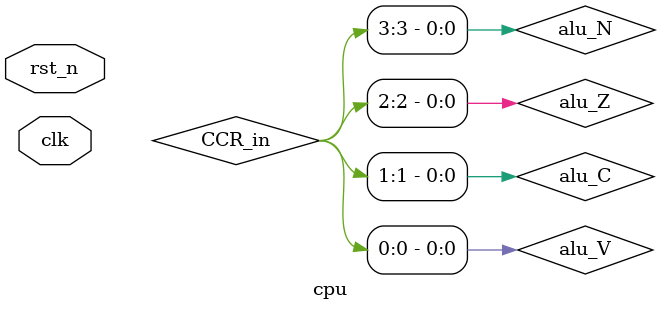
<source format=v>
`timescale 1ns / 1ps


module cpu(
  input clk, input rst_n
);
  // Special regs
  wire [31:0] pc_curr, pc_next, sp_curr, sp_next;
  wire pc_we, sp_we;

 //PC module pc(curr,next,clk,rst,we);
  pc u_pc (.clk(clk), .rst(rst_n), .we(pc_we), .next(pc_next), .curr(pc_curr));
  //sp module sp(spcurr,clk,rst,we,spnext);
  sp u_sp (.clk(clk), .rst(rst_n), .we(sp_we), .spnext(sp_next), .spcurr(sp_curr));

  // CCR module ccr(fout,wen,clk,rst,fin);
  wire [3:0] CCR_in, CCR_out; wire ccr_we;
  ccr u_ccr(.clk(clk), .rst(rst_n), .wen(ccr_we), .fin(CCR_in), .fout(CCR_out));

  // Regfile
  //module regs16(data1,data2,clk,rst,raddr1,raddr2,waddr,wdata,wen);
  wire [3:0] rs1, rs2, rd; wire [31:0] rA, rB, rf_wdata; wire rf_we;
  regs16 u_rf(.clk(clk), .rst(rst_n), .raddr1(rs1), .raddr2(rs2), .data1(rA), .data2(rB),
                    .waddr(rd), .wdata(rf_wdata), .wen(rf_we));

  // ALU module alu(Y,N,Z,C,V,a,b,oper);
wire [3:0]  alu_op;
wire [31:0] alu_A, alu_B;
wire [31:0] alu_Y;
wire        alu_N, alu_Z, alu_C, alu_V;
wire [31:0] alu_Y_hi;   // optional; not required by controller

alu u_alu (
  .clk   (clk),
  .rst_n (rst_n),
  .a     (alu_A),
  .b     (alu_B),
  .oper  (alu_op),
  .Y     (alu_Y),
  .N     (alu_N),
  .Z     (alu_Z),
  .C     (alu_C),
  .V     (alu_V),
  .Y_hi  (alu_Y_hi)
);

  assign CCR_in = {alu_N, alu_Z, alu_C, alu_V};

  // Memories
  wire        imem_en, dmem_en, dmem_we;
  wire [31:0] imem_addr, imem_rdata, dmem_addr, dmem_wdata, dmem_rdata;

mem #(
  .WORDS(256),
  .INIT_EN(1),
  .INIT_FILE("prog.mem")
) u_imem (
  .clk(clk), .en(imem_en), .we(1'b0),
  .addr(imem_addr), .wdata(32'b0), .rdata(imem_rdata)
);

// Data memory: no preload
mem #(
  .WORDS(256),
  .INIT_EN(0),
  .INIT_FILE("")
) u_dmem (
  .clk(clk), .en(dmem_en), .we(dmem_we),
  .addr(dmem_addr), .wdata(dmem_wdata), .rdata(dmem_rdata)
);

  // Controller
  controller u_ctl(
    .clk(clk), .rst_n(rst_n),
    .imem_en(imem_en), .imem_addr(imem_addr), .imem_rdata(imem_rdata),
    .dmem_en(dmem_en), .dmem_we(dmem_we), .dmem_addr(dmem_addr), .dmem_wdata(dmem_wdata), .dmem_rdata(dmem_rdata),
    .rs1_idx(rs1), .rs2_idx(rs2), .rd_idx(rd), .reg_we(rf_we), .rf_wdata(rf_wdata), .rf_rdata1(rA), .rf_rdata2(rB),
    .alu_op(alu_op), .alu_A(alu_A), .alu_B(alu_B), .alu_Y(alu_Y),
    .alu_N(alu_N), .alu_Z(alu_Z), .alu_C(alu_C), .alu_V(alu_V),
    .ccr_we(ccr_we), .ccr_in(CCR_in), .ccr_out(CCR_out),
    .pc_we(pc_we), .pc_next(pc_next), .pc_curr(pc_curr),
    .sp_we(sp_we), .sp_next(sp_next), .sp_curr(sp_curr)
  );
endmodule

</source>
